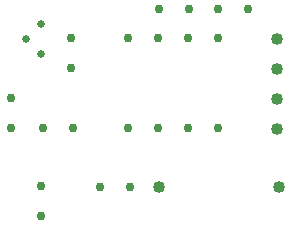
<source format=gbr>
G04 PROTEUS GERBER X2 FILE*
%TF.GenerationSoftware,Labcenter,Proteus,8.12-SP0-Build30713*%
%TF.CreationDate,2025-07-29T23:59:36+00:00*%
%TF.FileFunction,Plated,0,2,PTH*%
%TF.FilePolarity,Positive*%
%TF.Part,Single*%
%TF.SameCoordinates,{e56e60b4-6ad3-43ce-92a5-0eef0eccd0f5}*%
%FSLAX45Y45*%
%MOMM*%
G01*
%TA.AperFunction,ComponentDrill*%
%ADD17C,0.762000*%
%ADD18C,1.016000*%
%TA.AperFunction,ComponentDrill*%
%ADD19C,0.635000*%
%TD.AperFunction*%
D17*
X+7500000Y+1250000D03*
X+7246000Y+1250000D03*
X+6750000Y+1254000D03*
X+6750000Y+1000000D03*
X+7000000Y+2504000D03*
X+7000000Y+2250000D03*
D18*
X+8766000Y+1250000D03*
X+7750000Y+1250000D03*
D17*
X+8250000Y+1750000D03*
X+7996000Y+1750000D03*
X+7742000Y+1750000D03*
X+7488000Y+1750000D03*
X+7488000Y+2512000D03*
X+7742000Y+2512000D03*
X+7996000Y+2512000D03*
X+8250000Y+2512000D03*
X+8000000Y+2750000D03*
X+7746000Y+2750000D03*
X+8504000Y+2750000D03*
X+8250000Y+2750000D03*
X+6500000Y+2000000D03*
X+6500000Y+1746000D03*
X+6766000Y+1750000D03*
X+7020000Y+1750000D03*
D19*
X+6750000Y+2373000D03*
X+6623000Y+2500000D03*
X+6750000Y+2627000D03*
D18*
X+8750000Y+2500000D03*
X+8750000Y+2246000D03*
X+8750000Y+1992000D03*
X+8750000Y+1738000D03*
M02*

</source>
